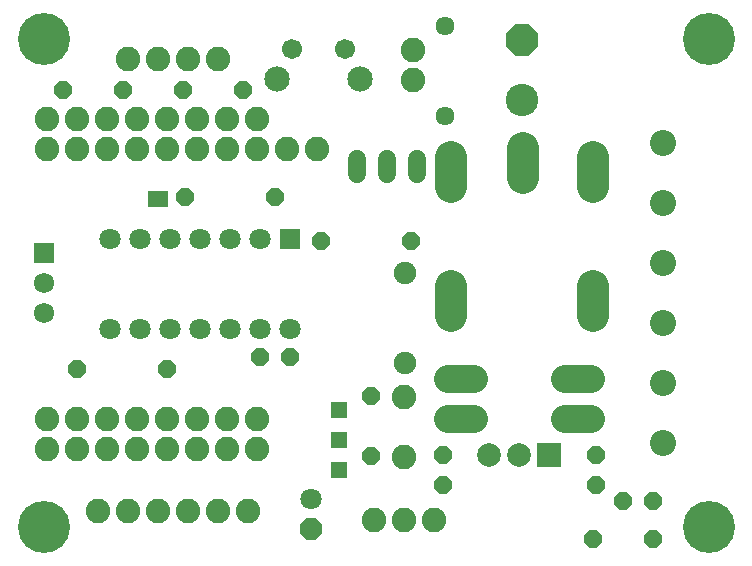
<source format=gbr>
G04 EAGLE Gerber RS-274X export*
G75*
%MOMM*%
%FSLAX34Y34*%
%LPD*%
%INSoldermask Top*%
%IPPOS*%
%AMOC8*
5,1,8,0,0,1.08239X$1,22.5*%
G01*
%ADD10C,2.082800*%
%ADD11C,1.803200*%
%ADD12R,1.803200X1.803200*%
%ADD13P,1.649562X8X202.500000*%
%ADD14P,1.649562X8X22.500000*%
%ADD15C,2.743200*%
%ADD16P,2.969212X8X112.500000*%
%ADD17C,2.203200*%
%ADD18R,0.838200X1.473200*%
%ADD19P,1.649562X8X292.500000*%
%ADD20R,2.003200X2.003200*%
%ADD21C,2.003200*%
%ADD22C,1.903200*%
%ADD23P,1.951982X8X292.500000*%
%ADD24C,1.803400*%
%ADD25C,1.524000*%
%ADD26C,1.611200*%
%ADD27C,2.743200*%
%ADD28R,1.473200X1.473200*%
%ADD29P,1.649562X8X112.500000*%
%ADD30C,2.387600*%
%ADD31C,4.403200*%
%ADD32C,0.503200*%
%ADD33R,1.721200X1.721200*%
%ADD34C,1.721200*%
%ADD35C,1.701800*%
%ADD36C,2.146300*%


D10*
X27940Y116370D03*
X53340Y116370D03*
X78740Y116370D03*
X104140Y116370D03*
X129540Y116370D03*
X154940Y116370D03*
X180340Y116370D03*
X205740Y116370D03*
D11*
X157320Y192570D03*
X182720Y192570D03*
X208120Y192570D03*
X233520Y192570D03*
D12*
X233520Y268770D03*
D11*
X208120Y268770D03*
X182720Y268770D03*
X157320Y268770D03*
X131920Y268770D03*
X106520Y268770D03*
X81120Y268770D03*
X81120Y192570D03*
X106520Y192570D03*
X131920Y192570D03*
D13*
X233300Y168800D03*
X207900Y168800D03*
D14*
X144060Y303740D03*
X220260Y303740D03*
D15*
X430170Y385850D03*
D16*
X430170Y436650D03*
D17*
X549310Y197549D03*
X549310Y248349D03*
X549310Y299149D03*
X549310Y349949D03*
D18*
X117376Y301940D03*
X125504Y301940D03*
D17*
X549210Y95979D03*
X549210Y146779D03*
D19*
X363010Y85470D03*
X363010Y60070D03*
D13*
X541090Y14420D03*
X490290Y14420D03*
X540740Y46700D03*
X515340Y46700D03*
D20*
X453000Y85290D03*
D21*
X427600Y85290D03*
X402200Y85290D03*
D19*
X492330Y85540D03*
X492330Y60140D03*
D10*
X330140Y134410D03*
X330140Y83610D03*
X304450Y30900D03*
X329850Y30900D03*
X355250Y30900D03*
D22*
X330460Y163210D03*
X330460Y239410D03*
D23*
X251000Y23000D03*
D24*
X251000Y48400D03*
D14*
X52600Y158700D03*
X128800Y158700D03*
D25*
X289700Y323096D02*
X289700Y336304D01*
X340500Y336304D02*
X340500Y323096D01*
X315100Y323096D02*
X315100Y336304D01*
D26*
X364730Y372330D03*
X364730Y448530D03*
D10*
X337700Y403300D03*
X337700Y428700D03*
X172700Y420900D03*
X147300Y420900D03*
X121900Y420900D03*
X96500Y420900D03*
D13*
X91700Y394700D03*
X40900Y394700D03*
D14*
X142500Y394400D03*
X193300Y394400D03*
D27*
X489500Y338100D02*
X489500Y312700D01*
X369500Y312700D02*
X369500Y338100D01*
X369500Y228800D02*
X369500Y203400D01*
X430300Y320000D02*
X430300Y345400D01*
X489500Y228800D02*
X489500Y203400D01*
D28*
X275200Y72700D03*
X275200Y98100D03*
X275200Y123500D03*
D29*
X302300Y84900D03*
X302300Y135700D03*
D30*
X466478Y149700D02*
X488322Y149700D01*
X389322Y149700D02*
X367478Y149700D01*
X466478Y115700D02*
X488322Y115700D01*
X389322Y115700D02*
X367478Y115700D01*
D31*
X25000Y25000D03*
D32*
X25000Y41510D03*
X25000Y8490D03*
X41510Y25000D03*
X36430Y37065D03*
X36430Y12935D03*
X13570Y37065D03*
X13570Y12935D03*
X8490Y25000D03*
D31*
X25000Y437700D03*
D32*
X25000Y454210D03*
X25000Y421190D03*
X41510Y437700D03*
X36430Y449765D03*
X36430Y425635D03*
X13570Y449765D03*
X13570Y425635D03*
X8490Y437700D03*
D31*
X587700Y437700D03*
D32*
X587700Y454210D03*
X587700Y421190D03*
X604210Y437700D03*
X599130Y449765D03*
X599130Y425635D03*
X576270Y449765D03*
X576270Y425635D03*
X571190Y437700D03*
D31*
X587700Y25000D03*
D32*
X587700Y41510D03*
X587700Y8490D03*
X604210Y25000D03*
X599130Y37065D03*
X599130Y12935D03*
X576270Y37065D03*
X576270Y12935D03*
X571190Y25000D03*
D14*
X259800Y266800D03*
X336000Y266800D03*
D33*
X24700Y256600D03*
D34*
X24700Y231200D03*
X24700Y205800D03*
D10*
X27940Y90900D03*
X53340Y90900D03*
X78740Y90900D03*
X104140Y90900D03*
X129540Y90900D03*
X154940Y90900D03*
X180340Y90900D03*
X205740Y90900D03*
X27940Y370300D03*
X53340Y370300D03*
X78740Y370300D03*
X104140Y370300D03*
X129540Y370300D03*
X154940Y370300D03*
X180340Y370300D03*
X205740Y370300D03*
X28000Y344700D03*
X53400Y344700D03*
X78800Y344700D03*
X104200Y344700D03*
X129600Y344700D03*
X155000Y344700D03*
X180400Y344700D03*
X205800Y344700D03*
X231200Y344700D03*
X256600Y344700D03*
X70400Y38100D03*
X95800Y38100D03*
X121200Y38100D03*
X146600Y38100D03*
X172000Y38100D03*
X197400Y38100D03*
D35*
X280300Y428900D03*
X235342Y428900D03*
D36*
X292746Y404008D03*
X222642Y404008D03*
M02*

</source>
